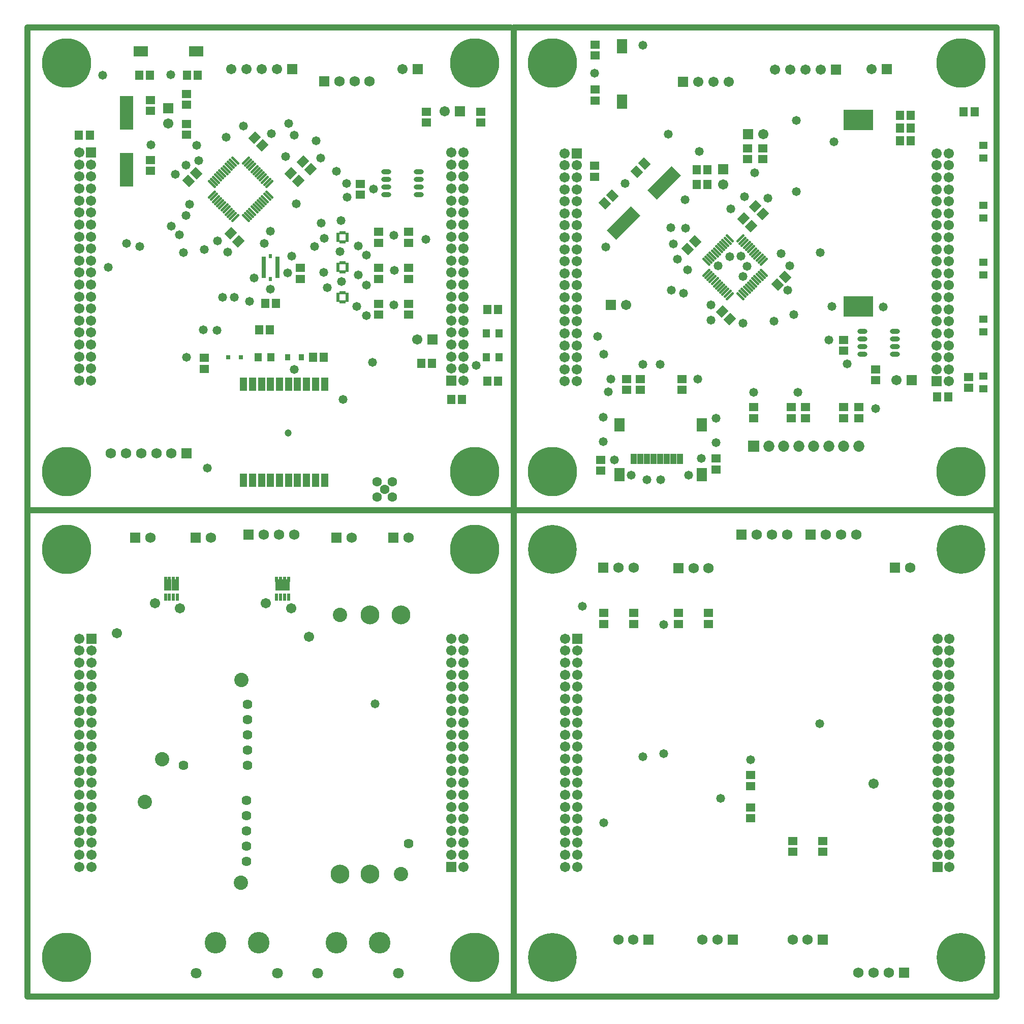
<source format=gts>
G04*
G04 #@! TF.GenerationSoftware,Altium Limited,Altium Designer,20.0.10 (225)*
G04*
G04 Layer_Color=8388736*
%FSLAX25Y25*%
%MOIN*%
G70*
G01*
G75*
%ADD36C,0.03937*%
%ADD69R,0.02296X0.02178*%
%ADD70R,0.06312X0.05524*%
%ADD71R,0.09383X0.07099*%
%ADD72R,0.09461X0.07099*%
%ADD73R,0.05524X0.06312*%
%ADD74O,0.06509X0.03162*%
%ADD75R,0.03280X0.04068*%
%ADD76R,0.03123X0.02572*%
%ADD77R,0.05131X0.05524*%
%ADD78R,0.04737X0.08674*%
%ADD79R,0.02178X0.03084*%
%ADD80R,0.03084X0.02178*%
G04:AMPARAMS|DCode=81|XSize=63.12mil|YSize=55.24mil|CornerRadius=0mil|HoleSize=0mil|Usage=FLASHONLY|Rotation=225.000|XOffset=0mil|YOffset=0mil|HoleType=Round|Shape=Rectangle|*
%AMROTATEDRECTD81*
4,1,4,0.00278,0.04185,0.04185,0.00278,-0.00278,-0.04185,-0.04185,-0.00278,0.00278,0.04185,0.0*
%
%ADD81ROTATEDRECTD81*%

G04:AMPARAMS|DCode=82|XSize=17.84mil|YSize=69.02mil|CornerRadius=0mil|HoleSize=0mil|Usage=FLASHONLY|Rotation=45.000|XOffset=0mil|YOffset=0mil|HoleType=Round|Shape=Round|*
%AMOVALD82*
21,1,0.05118,0.01784,0.00000,0.00000,135.0*
1,1,0.01784,0.01810,-0.01810*
1,1,0.01784,-0.01810,0.01810*
%
%ADD82OVALD82*%

G04:AMPARAMS|DCode=83|XSize=17.84mil|YSize=69.02mil|CornerRadius=0mil|HoleSize=0mil|Usage=FLASHONLY|Rotation=315.000|XOffset=0mil|YOffset=0mil|HoleType=Round|Shape=Round|*
%AMOVALD83*
21,1,0.05118,0.01784,0.00000,0.00000,45.0*
1,1,0.01784,-0.01810,-0.01810*
1,1,0.01784,0.01810,0.01810*
%
%ADD83OVALD83*%

G04:AMPARAMS|DCode=84|XSize=63.12mil|YSize=55.24mil|CornerRadius=0mil|HoleSize=0mil|Usage=FLASHONLY|Rotation=315.000|XOffset=0mil|YOffset=0mil|HoleType=Round|Shape=Rectangle|*
%AMROTATEDRECTD84*
4,1,4,-0.04185,0.00278,-0.00278,0.04185,0.04185,-0.00278,0.00278,-0.04185,-0.04185,0.00278,0.0*
%
%ADD84ROTATEDRECTD84*%

%ADD85R,0.08674X0.22453*%
%ADD86R,0.07099X0.09383*%
%ADD87R,0.07099X0.09461*%
%ADD88R,0.05524X0.05131*%
%ADD89R,0.19619X0.13202*%
G04:AMPARAMS|DCode=90|XSize=224.53mil|YSize=86.74mil|CornerRadius=0mil|HoleSize=0mil|Usage=FLASHONLY|Rotation=45.000|XOffset=0mil|YOffset=0mil|HoleType=Round|Shape=Rectangle|*
%AMROTATEDRECTD90*
4,1,4,-0.04872,-0.11005,-0.11005,-0.04872,0.04872,0.11005,0.11005,0.04872,-0.04872,-0.11005,0.0*
%
%ADD90ROTATEDRECTD90*%

%ADD91R,0.03950X0.06706*%
%ADD92R,0.06509X0.08674*%
%ADD93R,0.02414X0.04698*%
%ADD94R,0.02414X0.03792*%
%ADD95R,0.04698X0.07591*%
%ADD96C,0.06706*%
%ADD97R,0.06706X0.06706*%
%ADD98R,0.06890X0.06890*%
%ADD99C,0.06890*%
%ADD100C,0.04737*%
%ADD101R,0.06706X0.06706*%
%ADD102C,0.06312*%
%ADD103C,0.05800*%
%ADD104C,0.32296*%
%ADD105C,0.07296*%
%ADD106R,0.07296X0.07296*%
%ADD107C,0.31890*%
%ADD108C,0.14173*%
%ADD109C,0.06394*%
%ADD110C,0.12394*%
%ADD111C,0.07099*%
%ADD112C,0.09400*%
D36*
Y316929D02*
Y635827D01*
X316929D01*
X0Y0D02*
Y318898D01*
Y0D02*
X635827D01*
Y318898D01*
X318898Y635827D02*
X318898Y0D01*
X318898Y635827D02*
X635827D01*
Y316929D02*
Y635827D01*
X0Y318898D02*
X635827D01*
D69*
X209705Y460630D02*
D03*
Y458661D02*
D03*
Y456693D02*
D03*
X207677Y455650D02*
D03*
X205709D02*
D03*
X203681Y456693D02*
D03*
Y458661D02*
D03*
Y460630D02*
D03*
X205709Y461673D02*
D03*
X207677D02*
D03*
Y481358D02*
D03*
X205709D02*
D03*
X203681Y480315D02*
D03*
Y478346D02*
D03*
Y476378D02*
D03*
X205709Y475335D02*
D03*
X207677D02*
D03*
X209705Y476378D02*
D03*
Y478346D02*
D03*
Y480315D02*
D03*
Y500000D02*
D03*
Y498032D02*
D03*
Y496063D02*
D03*
X207677Y495020D02*
D03*
X205709D02*
D03*
X203681Y496063D02*
D03*
Y498032D02*
D03*
Y500000D02*
D03*
X205709Y501043D02*
D03*
X207677D02*
D03*
D70*
X297244Y580315D02*
D03*
Y573228D02*
D03*
X261811Y580315D02*
D03*
Y573228D02*
D03*
X218504Y525984D02*
D03*
Y533071D02*
D03*
X104331Y592126D02*
D03*
Y585039D02*
D03*
X104331Y565354D02*
D03*
Y572441D02*
D03*
X80709Y541732D02*
D03*
Y548819D02*
D03*
X80709Y588189D02*
D03*
Y581102D02*
D03*
X230315Y501575D02*
D03*
Y494488D02*
D03*
X250000Y501575D02*
D03*
Y494488D02*
D03*
X230315Y477953D02*
D03*
Y470866D02*
D03*
X250000Y477953D02*
D03*
Y470866D02*
D03*
X230315Y454331D02*
D03*
Y447244D02*
D03*
X250000Y454331D02*
D03*
Y447244D02*
D03*
X116142Y411811D02*
D03*
Y418898D02*
D03*
X179134Y477953D02*
D03*
Y470866D02*
D03*
X535433Y430709D02*
D03*
Y423622D02*
D03*
X372441Y594882D02*
D03*
Y587795D02*
D03*
X372441Y624409D02*
D03*
Y617323D02*
D03*
X482283Y556299D02*
D03*
Y549213D02*
D03*
X472441Y556299D02*
D03*
Y549213D02*
D03*
X429528Y405118D02*
D03*
Y398031D02*
D03*
X401968Y405118D02*
D03*
Y398031D02*
D03*
X392913Y405118D02*
D03*
Y398031D02*
D03*
X375984Y351969D02*
D03*
Y344882D02*
D03*
X451772Y352953D02*
D03*
Y345866D02*
D03*
X476378Y386614D02*
D03*
Y379528D02*
D03*
X510236Y379528D02*
D03*
Y386614D02*
D03*
X501181Y379528D02*
D03*
Y386614D02*
D03*
X535433Y386614D02*
D03*
Y379528D02*
D03*
X617323Y399213D02*
D03*
Y406299D02*
D03*
X556299Y411417D02*
D03*
Y404331D02*
D03*
X372047Y537795D02*
D03*
Y544882D02*
D03*
X545276Y379528D02*
D03*
Y386614D02*
D03*
X474409Y145276D02*
D03*
Y138189D02*
D03*
X474409Y124016D02*
D03*
Y116929D02*
D03*
X446850Y244488D02*
D03*
Y251575D02*
D03*
X427165Y251575D02*
D03*
Y244488D02*
D03*
X397638Y244488D02*
D03*
Y251575D02*
D03*
X377953Y251575D02*
D03*
Y244488D02*
D03*
X521654Y101969D02*
D03*
Y94882D02*
D03*
X501968Y101969D02*
D03*
Y94882D02*
D03*
D71*
X74429Y620079D02*
D03*
D72*
X110610D02*
D03*
D73*
X104724Y604331D02*
D03*
X111811D02*
D03*
X80315Y604331D02*
D03*
X73228D02*
D03*
X285039Y391732D02*
D03*
X277953D02*
D03*
X258268Y415354D02*
D03*
X265354D02*
D03*
X308661Y450787D02*
D03*
X301575D02*
D03*
X308661Y403543D02*
D03*
X301575D02*
D03*
X33858Y564961D02*
D03*
X40945D02*
D03*
X151969Y437514D02*
D03*
X159055D02*
D03*
X194488Y419291D02*
D03*
X187402D02*
D03*
X155905Y454724D02*
D03*
X162992D02*
D03*
X579528Y577953D02*
D03*
X572441D02*
D03*
X579528Y561417D02*
D03*
X572441D02*
D03*
X572441Y569685D02*
D03*
X579528D02*
D03*
X621260Y580315D02*
D03*
X614173D02*
D03*
X438976Y542520D02*
D03*
X446063D02*
D03*
X438976Y532677D02*
D03*
X446063D02*
D03*
X596850Y393307D02*
D03*
X603937D02*
D03*
D74*
X256791Y525965D02*
D03*
Y530965D02*
D03*
Y535965D02*
D03*
Y540965D02*
D03*
X235335Y525965D02*
D03*
Y530965D02*
D03*
Y535965D02*
D03*
Y540965D02*
D03*
X568996Y421240D02*
D03*
Y426240D02*
D03*
Y431240D02*
D03*
Y436240D02*
D03*
X547539Y421240D02*
D03*
Y426240D02*
D03*
Y431240D02*
D03*
Y436240D02*
D03*
D75*
X179587Y419291D02*
D03*
X170807D02*
D03*
D76*
X131673D02*
D03*
X139980D02*
D03*
D77*
X151378D02*
D03*
X159646D02*
D03*
X309252Y435039D02*
D03*
X300984D02*
D03*
X309252Y419291D02*
D03*
X300984D02*
D03*
D78*
X194882Y338660D02*
D03*
X188976D02*
D03*
X183071D02*
D03*
X177165D02*
D03*
X171260D02*
D03*
X165354D02*
D03*
X159449D02*
D03*
X153543D02*
D03*
X147638D02*
D03*
X141732D02*
D03*
Y401652D02*
D03*
X147638D02*
D03*
X153543D02*
D03*
X159449D02*
D03*
X165354D02*
D03*
X171260D02*
D03*
X177165D02*
D03*
X183071D02*
D03*
X188976D02*
D03*
X194882D02*
D03*
D79*
X159449Y470827D02*
D03*
Y485866D02*
D03*
D80*
X154882Y472441D02*
D03*
Y474409D02*
D03*
Y476378D02*
D03*
Y478346D02*
D03*
Y480315D02*
D03*
Y482283D02*
D03*
Y484252D02*
D03*
X164016D02*
D03*
Y482283D02*
D03*
Y480315D02*
D03*
Y478346D02*
D03*
Y476378D02*
D03*
Y474409D02*
D03*
Y472441D02*
D03*
D81*
X149069Y563529D02*
D03*
X154080Y558518D02*
D03*
X180565Y547781D02*
D03*
X185576Y542770D02*
D03*
X172691Y539907D02*
D03*
X177702Y534896D02*
D03*
X138332Y495526D02*
D03*
X133321Y500537D02*
D03*
X455762Y449356D02*
D03*
X460773Y444345D02*
D03*
X482427Y513242D02*
D03*
X477416Y518254D02*
D03*
X474553Y505369D02*
D03*
X469542Y510380D02*
D03*
D82*
X136214Y548388D02*
D03*
X134822Y546996D02*
D03*
X133430Y545605D02*
D03*
X132038Y544213D02*
D03*
X130647Y542821D02*
D03*
X129255Y541429D02*
D03*
X127863Y540037D02*
D03*
X126471Y538645D02*
D03*
X125079Y537253D02*
D03*
X123687Y535861D02*
D03*
X122295Y534469D02*
D03*
X120903Y533077D02*
D03*
X143313Y510667D02*
D03*
X144705Y512059D02*
D03*
X146097Y513451D02*
D03*
X147489Y514843D02*
D03*
X148881Y516234D02*
D03*
X150273Y517626D02*
D03*
X151665Y519018D02*
D03*
X153057Y520410D02*
D03*
X154449Y521802D02*
D03*
X155841Y523194D02*
D03*
X157233Y524586D02*
D03*
X158625Y525978D02*
D03*
X460624Y497207D02*
D03*
X459232Y495815D02*
D03*
X457840Y494423D02*
D03*
X456448Y493032D02*
D03*
X455056Y491640D02*
D03*
X453664Y490248D02*
D03*
X452272Y488856D02*
D03*
X450880Y487464D02*
D03*
X449488Y486072D02*
D03*
X448096Y484680D02*
D03*
X446704Y483288D02*
D03*
X445312Y481896D02*
D03*
X467723Y459486D02*
D03*
X469115Y460878D02*
D03*
X470507Y462269D02*
D03*
X471899Y463661D02*
D03*
X473290Y465053D02*
D03*
X474682Y466445D02*
D03*
X476074Y467837D02*
D03*
X477466Y469229D02*
D03*
X478858Y470621D02*
D03*
X480250Y472013D02*
D03*
X481642Y473405D02*
D03*
X483034Y474797D02*
D03*
D83*
X120903Y525978D02*
D03*
X122295Y524586D02*
D03*
X123687Y523194D02*
D03*
X125079Y521802D02*
D03*
X126471Y520410D02*
D03*
X127863Y519018D02*
D03*
X129255Y517626D02*
D03*
X130647Y516234D02*
D03*
X132038Y514843D02*
D03*
X133430Y513451D02*
D03*
X134822Y512059D02*
D03*
X136214Y510667D02*
D03*
X158625Y533077D02*
D03*
X157233Y534469D02*
D03*
X155841Y535861D02*
D03*
X154449Y537253D02*
D03*
X153057Y538645D02*
D03*
X151665Y540037D02*
D03*
X150273Y541429D02*
D03*
X148881Y542821D02*
D03*
X147489Y544213D02*
D03*
X146097Y545605D02*
D03*
X144705Y546996D02*
D03*
X143313Y548388D02*
D03*
X445312Y474797D02*
D03*
X446704Y473405D02*
D03*
X448096Y472013D02*
D03*
X449488Y470621D02*
D03*
X450880Y469229D02*
D03*
X452272Y467837D02*
D03*
X453664Y466445D02*
D03*
X455056Y465053D02*
D03*
X456448Y463661D02*
D03*
X457840Y462269D02*
D03*
X459232Y460878D02*
D03*
X460624Y459486D02*
D03*
X483034Y481896D02*
D03*
X481642Y483288D02*
D03*
X480250Y484680D02*
D03*
X478858Y486072D02*
D03*
X477466Y487464D02*
D03*
X476074Y488856D02*
D03*
X474682Y490248D02*
D03*
X473290Y491640D02*
D03*
X471899Y493032D02*
D03*
X470507Y494423D02*
D03*
X469115Y495815D02*
D03*
X467723Y497207D02*
D03*
D84*
X105762Y534896D02*
D03*
X110773Y539907D02*
D03*
X404868Y546206D02*
D03*
X399857Y541195D02*
D03*
X378597Y520329D02*
D03*
X383608Y525340D02*
D03*
X491983Y467180D02*
D03*
X496994Y472191D02*
D03*
X437939Y495419D02*
D03*
X432928Y490408D02*
D03*
D85*
X64961Y542323D02*
D03*
Y579724D02*
D03*
D86*
X390158Y623209D02*
D03*
D87*
Y587028D02*
D03*
D88*
X627165Y444291D02*
D03*
Y436024D02*
D03*
Y481693D02*
D03*
Y473425D02*
D03*
Y519095D02*
D03*
Y510827D02*
D03*
Y550197D02*
D03*
Y558464D02*
D03*
Y398622D02*
D03*
Y406890D02*
D03*
D89*
X544882Y574882D02*
D03*
Y452677D02*
D03*
D90*
X391107Y507249D02*
D03*
X417554Y533696D02*
D03*
D91*
X427953Y352559D02*
D03*
X423622D02*
D03*
X419291D02*
D03*
X414961D02*
D03*
X410630D02*
D03*
X406299D02*
D03*
X401968D02*
D03*
X397638D02*
D03*
D92*
X388287Y375000D02*
D03*
X442421D02*
D03*
X388287Y342323D02*
D03*
X442421D02*
D03*
D93*
X90591Y262067D02*
D03*
X93189D02*
D03*
X95787D02*
D03*
X98386D02*
D03*
X163425D02*
D03*
X166024D02*
D03*
X168622D02*
D03*
X171221D02*
D03*
D94*
X98386Y273819D02*
D03*
X95787D02*
D03*
X93189D02*
D03*
X90591D02*
D03*
X171221D02*
D03*
X168622D02*
D03*
X166024D02*
D03*
X163425D02*
D03*
D95*
X92097Y269911D02*
D03*
X96880D02*
D03*
X164931D02*
D03*
X169715D02*
D03*
D96*
X273622Y580709D02*
D03*
X133701Y608268D02*
D03*
X153701D02*
D03*
X163701D02*
D03*
X143701D02*
D03*
X255748Y431102D02*
D03*
X92520Y572835D02*
D03*
X246063Y608268D02*
D03*
X33965Y553650D02*
D03*
Y545776D02*
D03*
Y537902D02*
D03*
Y530028D02*
D03*
Y522154D02*
D03*
Y514280D02*
D03*
Y506405D02*
D03*
Y498531D02*
D03*
Y490658D02*
D03*
Y482784D02*
D03*
Y474909D02*
D03*
Y467035D02*
D03*
Y459161D02*
D03*
Y451287D02*
D03*
Y443413D02*
D03*
Y435539D02*
D03*
Y427665D02*
D03*
Y419791D02*
D03*
Y411917D02*
D03*
Y404043D02*
D03*
X41839Y545776D02*
D03*
Y537902D02*
D03*
Y530028D02*
D03*
Y522154D02*
D03*
Y514280D02*
D03*
Y506405D02*
D03*
Y498531D02*
D03*
Y490658D02*
D03*
Y482784D02*
D03*
Y474909D02*
D03*
Y467035D02*
D03*
Y459161D02*
D03*
Y451287D02*
D03*
Y443413D02*
D03*
Y435539D02*
D03*
Y427665D02*
D03*
Y419791D02*
D03*
Y411917D02*
D03*
Y404043D02*
D03*
X285933D02*
D03*
Y411917D02*
D03*
Y419791D02*
D03*
Y427665D02*
D03*
Y435539D02*
D03*
Y443413D02*
D03*
Y451287D02*
D03*
Y459161D02*
D03*
Y467035D02*
D03*
Y474909D02*
D03*
Y482784D02*
D03*
Y490658D02*
D03*
Y498531D02*
D03*
Y506405D02*
D03*
Y514280D02*
D03*
Y522154D02*
D03*
Y530028D02*
D03*
Y537902D02*
D03*
Y545776D02*
D03*
Y553650D02*
D03*
X278059Y411917D02*
D03*
Y419791D02*
D03*
Y427665D02*
D03*
Y435539D02*
D03*
Y443413D02*
D03*
Y451287D02*
D03*
Y459161D02*
D03*
Y467035D02*
D03*
Y474909D02*
D03*
Y482784D02*
D03*
Y490658D02*
D03*
Y498531D02*
D03*
Y506405D02*
D03*
Y514280D02*
D03*
Y522154D02*
D03*
Y530028D02*
D03*
Y537902D02*
D03*
Y545776D02*
D03*
Y553650D02*
D03*
X360236Y403543D02*
D03*
Y411417D02*
D03*
Y419291D02*
D03*
Y427165D02*
D03*
Y435039D02*
D03*
Y442913D02*
D03*
Y450787D02*
D03*
Y458661D02*
D03*
Y466535D02*
D03*
Y474409D02*
D03*
Y482283D02*
D03*
Y490158D02*
D03*
Y498032D02*
D03*
Y505905D02*
D03*
Y513779D02*
D03*
Y521654D02*
D03*
Y529528D02*
D03*
Y537402D02*
D03*
Y545276D02*
D03*
X352362Y403543D02*
D03*
Y411417D02*
D03*
Y419291D02*
D03*
Y427165D02*
D03*
Y435039D02*
D03*
Y442913D02*
D03*
Y450787D02*
D03*
Y458661D02*
D03*
Y466535D02*
D03*
Y474409D02*
D03*
Y482283D02*
D03*
Y490158D02*
D03*
Y498032D02*
D03*
Y505905D02*
D03*
Y513779D02*
D03*
Y521654D02*
D03*
Y529528D02*
D03*
Y537402D02*
D03*
Y545276D02*
D03*
Y553150D02*
D03*
X596457D02*
D03*
Y545276D02*
D03*
Y537402D02*
D03*
Y529528D02*
D03*
Y521654D02*
D03*
Y513779D02*
D03*
Y505905D02*
D03*
Y498032D02*
D03*
Y490158D02*
D03*
Y482283D02*
D03*
Y474409D02*
D03*
Y466535D02*
D03*
Y458661D02*
D03*
Y450787D02*
D03*
Y442913D02*
D03*
Y435039D02*
D03*
Y427165D02*
D03*
Y419291D02*
D03*
Y411417D02*
D03*
X604331Y553150D02*
D03*
Y545276D02*
D03*
Y537402D02*
D03*
Y529528D02*
D03*
Y521654D02*
D03*
Y513779D02*
D03*
Y505905D02*
D03*
Y498032D02*
D03*
Y490158D02*
D03*
Y482283D02*
D03*
Y474409D02*
D03*
Y466535D02*
D03*
Y458661D02*
D03*
Y450787D02*
D03*
Y442913D02*
D03*
Y435039D02*
D03*
Y427165D02*
D03*
Y419291D02*
D03*
Y411417D02*
D03*
Y403543D02*
D03*
X392677Y453543D02*
D03*
X460000Y600000D02*
D03*
X450000D02*
D03*
X440000D02*
D03*
X520236Y607874D02*
D03*
X510236D02*
D03*
X500236D02*
D03*
X490236D02*
D03*
X553780Y608268D02*
D03*
X482677Y565748D02*
D03*
X456299Y532677D02*
D03*
X569921Y404331D02*
D03*
X352862Y234752D02*
D03*
Y226878D02*
D03*
Y219004D02*
D03*
Y211130D02*
D03*
Y203256D02*
D03*
Y195382D02*
D03*
Y187508D02*
D03*
Y179634D02*
D03*
Y171760D02*
D03*
Y163886D02*
D03*
Y156012D02*
D03*
Y148138D02*
D03*
Y140264D02*
D03*
Y132390D02*
D03*
Y124516D02*
D03*
Y116642D02*
D03*
Y108768D02*
D03*
Y100894D02*
D03*
Y93020D02*
D03*
Y85146D02*
D03*
X360736Y226878D02*
D03*
Y219004D02*
D03*
Y211130D02*
D03*
Y203256D02*
D03*
Y195382D02*
D03*
Y187508D02*
D03*
Y179634D02*
D03*
Y171760D02*
D03*
Y163886D02*
D03*
Y156012D02*
D03*
Y148138D02*
D03*
Y140264D02*
D03*
Y132390D02*
D03*
Y124516D02*
D03*
Y116642D02*
D03*
Y108768D02*
D03*
Y100894D02*
D03*
Y93020D02*
D03*
Y85146D02*
D03*
X604831D02*
D03*
Y93020D02*
D03*
Y100894D02*
D03*
Y108768D02*
D03*
Y116642D02*
D03*
Y124516D02*
D03*
Y132390D02*
D03*
Y140264D02*
D03*
Y148138D02*
D03*
Y156012D02*
D03*
Y163886D02*
D03*
Y171760D02*
D03*
Y179634D02*
D03*
Y187508D02*
D03*
Y195382D02*
D03*
Y203256D02*
D03*
Y211130D02*
D03*
Y219004D02*
D03*
Y226878D02*
D03*
Y234752D02*
D03*
X596957Y93020D02*
D03*
Y100894D02*
D03*
Y108768D02*
D03*
Y116642D02*
D03*
Y124516D02*
D03*
Y132390D02*
D03*
Y140264D02*
D03*
Y148138D02*
D03*
Y156012D02*
D03*
Y163886D02*
D03*
Y171760D02*
D03*
Y179634D02*
D03*
Y187508D02*
D03*
Y195382D02*
D03*
Y203256D02*
D03*
Y211130D02*
D03*
Y219004D02*
D03*
Y226878D02*
D03*
Y234752D02*
D03*
X555118Y139764D02*
D03*
X278098Y234752D02*
D03*
Y226878D02*
D03*
Y219004D02*
D03*
Y211130D02*
D03*
Y203256D02*
D03*
Y195382D02*
D03*
Y187508D02*
D03*
Y179634D02*
D03*
Y171760D02*
D03*
Y163886D02*
D03*
Y156012D02*
D03*
Y148138D02*
D03*
Y140264D02*
D03*
Y132390D02*
D03*
Y124516D02*
D03*
Y116642D02*
D03*
Y108768D02*
D03*
Y100894D02*
D03*
Y93020D02*
D03*
X285972Y234752D02*
D03*
Y226878D02*
D03*
Y219004D02*
D03*
Y211130D02*
D03*
Y203256D02*
D03*
Y195382D02*
D03*
Y187508D02*
D03*
Y179634D02*
D03*
Y171760D02*
D03*
Y163886D02*
D03*
Y156012D02*
D03*
Y148138D02*
D03*
Y140264D02*
D03*
Y132390D02*
D03*
Y124516D02*
D03*
Y116642D02*
D03*
Y108768D02*
D03*
Y100894D02*
D03*
Y93020D02*
D03*
Y85146D02*
D03*
X41878D02*
D03*
Y93020D02*
D03*
Y100894D02*
D03*
Y108768D02*
D03*
Y116642D02*
D03*
Y124516D02*
D03*
Y132390D02*
D03*
Y140264D02*
D03*
Y148138D02*
D03*
Y156012D02*
D03*
Y163886D02*
D03*
Y171760D02*
D03*
Y179634D02*
D03*
Y187508D02*
D03*
Y195382D02*
D03*
Y203256D02*
D03*
Y211130D02*
D03*
Y219004D02*
D03*
Y226878D02*
D03*
X34004Y85146D02*
D03*
Y93020D02*
D03*
Y100894D02*
D03*
Y108768D02*
D03*
Y116642D02*
D03*
Y124516D02*
D03*
Y132390D02*
D03*
Y140264D02*
D03*
Y148138D02*
D03*
Y156012D02*
D03*
Y163886D02*
D03*
Y171760D02*
D03*
Y179634D02*
D03*
Y187508D02*
D03*
Y195382D02*
D03*
Y203256D02*
D03*
Y211130D02*
D03*
Y219004D02*
D03*
Y226878D02*
D03*
Y234752D02*
D03*
X173130Y254626D02*
D03*
X156299Y257874D02*
D03*
X58661Y238386D02*
D03*
X184646Y236024D02*
D03*
X83563Y258169D02*
D03*
X100098Y254626D02*
D03*
D97*
X283622Y580709D02*
D03*
X173701Y608268D02*
D03*
X265748Y431102D02*
D03*
X256063Y608268D02*
D03*
X382677Y453543D02*
D03*
X430000Y600000D02*
D03*
X530236Y607874D02*
D03*
X563779Y608268D02*
D03*
X472677Y565748D02*
D03*
X579921Y404331D02*
D03*
D98*
X194685Y600394D02*
D03*
X104528Y356299D02*
D03*
X568898Y281496D02*
D03*
X407480Y37402D02*
D03*
X462598D02*
D03*
X521850D02*
D03*
X513779Y303150D02*
D03*
X377795Y281496D02*
D03*
X574961Y15748D02*
D03*
X426969Y280906D02*
D03*
X468347Y303150D02*
D03*
X145197Y303150D02*
D03*
X70866Y301181D02*
D03*
X110236D02*
D03*
X202598D02*
D03*
X240158D02*
D03*
D99*
X224410Y600394D02*
D03*
X204685D02*
D03*
X214567D02*
D03*
X74803Y356299D02*
D03*
X94528D02*
D03*
X84646D02*
D03*
X64803D02*
D03*
X54803D02*
D03*
X578898Y281496D02*
D03*
X397480Y37402D02*
D03*
X387598D02*
D03*
X452598D02*
D03*
X442717D02*
D03*
X511850D02*
D03*
X501968D02*
D03*
X543780Y303150D02*
D03*
X533779D02*
D03*
X523779D02*
D03*
X387795Y281496D02*
D03*
X397677D02*
D03*
X544961Y15748D02*
D03*
X554961D02*
D03*
X564961D02*
D03*
X436969Y280906D02*
D03*
X446851D02*
D03*
X498347Y303150D02*
D03*
X488346D02*
D03*
X478346D02*
D03*
X155197Y303150D02*
D03*
X165197D02*
D03*
X175197D02*
D03*
X80866Y301181D02*
D03*
X120236D02*
D03*
X212598D02*
D03*
X250157D02*
D03*
D100*
X171063Y369664D02*
D03*
D101*
X92520Y582835D02*
D03*
X41839Y553650D02*
D03*
X278059Y404043D02*
D03*
X360236Y553150D02*
D03*
X596457Y403543D02*
D03*
X456299Y542677D02*
D03*
X360736Y234752D02*
D03*
X596957Y85146D02*
D03*
X278098D02*
D03*
X41878Y234752D02*
D03*
D102*
X234252Y332677D02*
D03*
X239252Y327677D02*
D03*
Y337677D02*
D03*
X229252D02*
D03*
Y327677D02*
D03*
D103*
X226454Y415926D02*
D03*
X189489Y561306D02*
D03*
X169310Y550887D02*
D03*
X118029Y346655D02*
D03*
X261253Y496686D02*
D03*
X205644Y509070D02*
D03*
X99546Y499839D02*
D03*
X102356Y488146D02*
D03*
X94308Y505534D02*
D03*
X103897Y512487D02*
D03*
X130336Y563633D02*
D03*
X188447Y492009D02*
D03*
X173507Y485818D02*
D03*
X206042Y469043D02*
D03*
X194404Y474983D02*
D03*
X194763Y497402D02*
D03*
X192723Y507527D02*
D03*
X53150Y478346D02*
D03*
X240357Y453793D02*
D03*
X240583Y476452D02*
D03*
X196723Y464954D02*
D03*
X205021Y488662D02*
D03*
X111132Y558427D02*
D03*
X240354Y499409D02*
D03*
X124428Y436917D02*
D03*
X115420Y437346D02*
D03*
X171260Y572835D02*
D03*
X175197Y564961D02*
D03*
X160005Y565941D02*
D03*
X49213Y604331D02*
D03*
X106325Y519713D02*
D03*
X73762Y491878D02*
D03*
X64961Y494095D02*
D03*
X155512D02*
D03*
X148622Y471457D02*
D03*
X159449Y501968D02*
D03*
X145600Y455909D02*
D03*
X135827Y458661D02*
D03*
X127953D02*
D03*
X192438Y550085D02*
D03*
X176226Y519943D02*
D03*
X141677Y570987D02*
D03*
X96991Y539274D02*
D03*
X131461Y488450D02*
D03*
X124644Y495727D02*
D03*
X116142Y490158D02*
D03*
X104331Y419291D02*
D03*
X207160Y391765D02*
D03*
X226996Y529555D02*
D03*
X202756Y541339D02*
D03*
X209643Y524344D02*
D03*
X209246Y533353D02*
D03*
X170856Y474588D02*
D03*
X215905Y452777D02*
D03*
X217034Y473504D02*
D03*
X216901Y492238D02*
D03*
X222441Y446850D02*
D03*
Y466535D02*
D03*
Y486221D02*
D03*
X112205Y548362D02*
D03*
X104163Y545525D02*
D03*
X93927Y604807D02*
D03*
X81175Y558577D02*
D03*
X159329Y463923D02*
D03*
X175197Y411417D02*
D03*
X294506Y414179D02*
D03*
X381102Y396850D02*
D03*
X377953Y421260D02*
D03*
X374016Y433071D02*
D03*
X451575Y379528D02*
D03*
X377559Y380071D02*
D03*
X414961Y414567D02*
D03*
X556299Y385764D02*
D03*
X505512Y396457D02*
D03*
X504331Y527953D02*
D03*
X500000Y479500D02*
D03*
X379409Y491613D02*
D03*
X477055Y540476D02*
D03*
X433071Y476772D02*
D03*
X426378Y483858D02*
D03*
X469291Y441732D02*
D03*
X422441Y463386D02*
D03*
X448425Y443701D02*
D03*
X430315Y461417D02*
D03*
X525591Y430709D02*
D03*
X527866Y452817D02*
D03*
X520079Y488189D02*
D03*
X448425Y453740D02*
D03*
X502756Y447244D02*
D03*
X494488Y487402D02*
D03*
X529134Y560630D02*
D03*
X453150Y479331D02*
D03*
X472047Y479134D02*
D03*
X460630Y485433D02*
D03*
X468110Y485827D02*
D03*
X469291Y472441D02*
D03*
X461417Y516535D02*
D03*
X470472Y524803D02*
D03*
X431496Y522835D02*
D03*
X420472Y565748D02*
D03*
X403543Y624016D02*
D03*
X504331Y574803D02*
D03*
X561417Y452362D02*
D03*
X396063Y342126D02*
D03*
X423622Y493701D02*
D03*
X422047Y504331D02*
D03*
X391929Y533268D02*
D03*
X537598Y414961D02*
D03*
X442126Y353150D02*
D03*
X476378Y396457D02*
D03*
X439764Y405118D02*
D03*
X415354Y338976D02*
D03*
X406299D02*
D03*
X382677Y405118D02*
D03*
X385039Y351969D02*
D03*
X377559Y364173D02*
D03*
X451575Y363386D02*
D03*
X433858Y342126D02*
D03*
X403543Y414567D02*
D03*
X485827Y523622D02*
D03*
X431693Y503937D02*
D03*
X498841Y463364D02*
D03*
X489764Y442913D02*
D03*
X440551Y554331D02*
D03*
X372105Y605781D02*
D03*
X519685Y179134D02*
D03*
X403543Y157480D02*
D03*
X454724Y129921D02*
D03*
X377953Y114173D02*
D03*
X474409Y155512D02*
D03*
X364173Y255906D02*
D03*
X417323Y244094D02*
D03*
Y159449D02*
D03*
X227953Y192126D02*
D03*
D104*
X293307Y344488D02*
D03*
Y612205D02*
D03*
X25591Y344488D02*
D03*
Y612205D02*
D03*
X344488D02*
D03*
Y344488D02*
D03*
X612205D02*
D03*
Y612205D02*
D03*
X293307Y293307D02*
D03*
Y25591D02*
D03*
X25591D02*
D03*
Y293307D02*
D03*
D105*
X545276Y361024D02*
D03*
X535433D02*
D03*
X525591D02*
D03*
X515748D02*
D03*
X505905D02*
D03*
X496063D02*
D03*
X486221D02*
D03*
D106*
X476378D02*
D03*
D107*
X344488Y293307D02*
D03*
X612205D02*
D03*
Y25591D02*
D03*
X344488D02*
D03*
D108*
X123228Y35433D02*
D03*
X151575D02*
D03*
X231102D02*
D03*
X202756D02*
D03*
D109*
X250000Y100394D02*
D03*
X143701Y88583D02*
D03*
Y98583D02*
D03*
Y108583D02*
D03*
Y118583D02*
D03*
Y128583D02*
D03*
X102362Y151575D02*
D03*
X144362Y191575D02*
D03*
Y181575D02*
D03*
Y171575D02*
D03*
Y161575D02*
D03*
Y151575D02*
D03*
D110*
X224700Y80394D02*
D03*
X205000D02*
D03*
X245000Y250394D02*
D03*
X224700D02*
D03*
D111*
X110827Y15433D02*
D03*
X163976D02*
D03*
X243504D02*
D03*
X190354D02*
D03*
D112*
X205000Y250394D02*
D03*
X245000Y80394D02*
D03*
X77201Y127583D02*
D03*
X140201Y74583D02*
D03*
X88362Y155575D02*
D03*
X140362Y207575D02*
D03*
M02*

</source>
